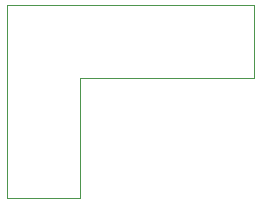
<source format=gbr>
%TF.GenerationSoftware,KiCad,Pcbnew,7.0.8*%
%TF.CreationDate,2024-05-05T13:27:43-04:00*%
%TF.ProjectId,n64amp,6e363461-6d70-42e6-9b69-6361645f7063,rev?*%
%TF.SameCoordinates,Original*%
%TF.FileFunction,Profile,NP*%
%FSLAX46Y46*%
G04 Gerber Fmt 4.6, Leading zero omitted, Abs format (unit mm)*
G04 Created by KiCad (PCBNEW 7.0.8) date 2024-05-05 13:27:43*
%MOMM*%
%LPD*%
G01*
G04 APERTURE LIST*
%TA.AperFunction,Profile*%
%ADD10C,0.100000*%
%TD*%
G04 APERTURE END LIST*
D10*
X32936678Y-18262800D02*
X18230078Y-18262800D01*
X18230078Y-19177200D01*
X18230078Y-28422800D01*
X12032478Y-28422800D01*
X12032478Y-12166800D01*
X12083278Y-12116000D01*
X32936678Y-12115802D01*
X32936678Y-18262800D01*
M02*

</source>
